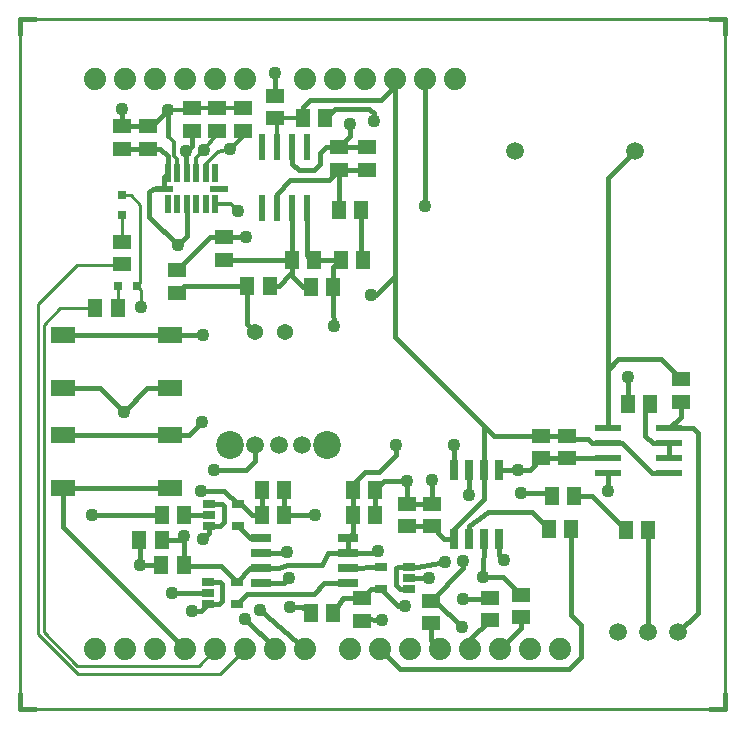
<source format=gtl>
G75*
G70*
%OFA0B0*%
%FSLAX25Y25*%
%IPPOS*%
%LPD*%
%AMOC8*
5,1,8,0,0,1.08239X$1,22.5*
%
%ADD10C,0.01000*%
%ADD11R,0.05118X0.05906*%
%ADD12R,0.05906X0.05118*%
%ADD13R,0.02362X0.08661*%
%ADD14C,0.07400*%
%ADD15R,0.02362X0.05906*%
%ADD16R,0.05906X0.02362*%
%ADD17R,0.03000X0.06500*%
%ADD18R,0.08661X0.02362*%
%ADD19R,0.06693X0.02559*%
%ADD20R,0.03937X0.02756*%
%ADD21C,0.05900*%
%ADD22C,0.05400*%
%ADD23R,0.08268X0.05512*%
%ADD24C,0.09300*%
%ADD25R,0.03150X0.03150*%
%ADD26C,0.01600*%
%ADD27C,0.04362*%
%ADD28C,0.01200*%
D10*
X0021770Y0001814D02*
X0256770Y0001814D01*
X0256770Y0231814D01*
X0021770Y0231814D01*
X0021770Y0001814D01*
X0040970Y0013414D02*
X0027570Y0026814D01*
X0027570Y0137014D01*
X0040570Y0150014D01*
X0055670Y0150014D01*
X0055670Y0150074D01*
X0054322Y0142814D02*
X0054322Y0135526D01*
X0054310Y0135514D01*
X0046830Y0135514D02*
X0035070Y0135514D01*
X0029570Y0130014D01*
X0029570Y0084914D01*
X0029570Y0027414D01*
X0040670Y0016314D01*
X0072370Y0016314D01*
X0081270Y0016314D01*
X0086770Y0021814D01*
X0088370Y0013414D02*
X0096770Y0021814D01*
X0088370Y0013414D02*
X0040970Y0013414D01*
X0061970Y0136014D02*
X0061970Y0141662D01*
X0060818Y0142814D01*
X0061870Y0143866D01*
X0061870Y0170014D01*
X0058822Y0173062D01*
X0055570Y0173062D01*
X0055570Y0166566D02*
X0055570Y0157654D01*
X0055670Y0157554D01*
D11*
X0054310Y0135514D03*
X0046830Y0135514D03*
X0097530Y0143014D03*
X0105010Y0143014D03*
X0112280Y0151614D03*
X0119760Y0151614D03*
X0128630Y0151614D03*
X0136110Y0151614D03*
X0126210Y0142714D03*
X0118730Y0142714D03*
X0127930Y0168314D03*
X0135410Y0168314D03*
X0123510Y0198814D03*
X0116030Y0198814D03*
X0224380Y0103514D03*
X0231860Y0103514D03*
X0206410Y0072814D03*
X0198930Y0072814D03*
X0198030Y0062014D03*
X0205510Y0062014D03*
X0223630Y0061714D03*
X0231110Y0061714D03*
X0140110Y0066414D03*
X0132630Y0066414D03*
X0132630Y0074814D03*
X0140110Y0074814D03*
X0109710Y0074814D03*
X0102230Y0074814D03*
X0102230Y0066614D03*
X0109710Y0066614D03*
X0076410Y0066514D03*
X0068930Y0066514D03*
X0068910Y0058214D03*
X0061430Y0058214D03*
X0068830Y0050014D03*
X0076310Y0050014D03*
X0118630Y0033814D03*
X0126110Y0033814D03*
D12*
X0135570Y0031274D03*
X0135570Y0038754D03*
X0158670Y0037954D03*
X0158670Y0030474D03*
X0178270Y0031574D03*
X0178270Y0039054D03*
X0188870Y0039954D03*
X0188870Y0032474D03*
X0158970Y0062874D03*
X0150570Y0062874D03*
X0150570Y0070354D03*
X0158970Y0070354D03*
X0195520Y0085424D03*
X0203970Y0085474D03*
X0203970Y0092954D03*
X0195520Y0092904D03*
X0241920Y0104374D03*
X0241920Y0111854D03*
X0137470Y0181674D03*
X0137470Y0189154D03*
X0128020Y0189104D03*
X0128020Y0181624D03*
X0106770Y0198874D03*
X0106770Y0206354D03*
X0095970Y0202154D03*
X0095970Y0194674D03*
X0087370Y0194674D03*
X0078970Y0194674D03*
X0078970Y0202154D03*
X0087370Y0202154D03*
X0064370Y0196154D03*
X0055770Y0196154D03*
X0055770Y0188674D03*
X0064370Y0188674D03*
X0089570Y0159104D03*
X0089570Y0151624D03*
X0073920Y0148104D03*
X0073920Y0140624D03*
X0055670Y0150074D03*
X0055670Y0157554D03*
D13*
X0102370Y0168728D03*
X0107370Y0168728D03*
X0112370Y0168728D03*
X0117370Y0168728D03*
X0117370Y0189200D03*
X0112370Y0189200D03*
X0107370Y0189200D03*
X0102370Y0189200D03*
D14*
X0096770Y0211814D03*
X0086770Y0211814D03*
X0076770Y0211814D03*
X0066770Y0211814D03*
X0056770Y0211814D03*
X0046770Y0211814D03*
X0116770Y0211814D03*
X0126770Y0211814D03*
X0136770Y0211814D03*
X0146770Y0211814D03*
X0156770Y0211814D03*
X0166770Y0211814D03*
X0161770Y0021814D03*
X0151770Y0021814D03*
X0141770Y0021814D03*
X0131770Y0021814D03*
X0116770Y0021814D03*
X0106770Y0021814D03*
X0096770Y0021814D03*
X0086770Y0021814D03*
X0076770Y0021814D03*
X0066770Y0021814D03*
X0056770Y0021814D03*
X0046770Y0021814D03*
X0171770Y0021814D03*
X0181770Y0021814D03*
X0191770Y0021814D03*
X0201770Y0021814D03*
D15*
X0086744Y0170196D03*
X0083594Y0170196D03*
X0080445Y0170196D03*
X0077295Y0170196D03*
X0074146Y0170196D03*
X0070996Y0170196D03*
X0070996Y0180432D03*
X0074146Y0180432D03*
X0077295Y0180432D03*
X0080445Y0180432D03*
X0083594Y0180432D03*
X0086744Y0180432D03*
D16*
X0087925Y0175314D03*
X0069815Y0175314D03*
D17*
X0166370Y0081664D03*
X0171370Y0081664D03*
X0176370Y0081664D03*
X0181370Y0081664D03*
X0181370Y0058664D03*
X0176370Y0058664D03*
X0171370Y0058664D03*
X0166370Y0058664D03*
D18*
X0217634Y0080514D03*
X0217634Y0085514D03*
X0217634Y0090514D03*
X0217634Y0095514D03*
X0238106Y0095514D03*
X0238106Y0090514D03*
X0238106Y0085514D03*
X0238106Y0080514D03*
D19*
X0130890Y0058764D03*
X0130890Y0053764D03*
X0130890Y0048764D03*
X0130890Y0043764D03*
X0102150Y0043764D03*
X0102150Y0048764D03*
X0102150Y0053764D03*
X0102150Y0058764D03*
D20*
X0094294Y0062774D03*
X0084846Y0062774D03*
X0084846Y0066514D03*
X0084846Y0070254D03*
X0094294Y0070254D03*
X0093894Y0044354D03*
X0084446Y0044354D03*
X0084446Y0040614D03*
X0084446Y0036874D03*
X0093894Y0036874D03*
X0142046Y0041874D03*
X0151494Y0041874D03*
X0151494Y0045614D03*
X0151494Y0049354D03*
X0142046Y0049354D03*
D21*
X0115870Y0090014D03*
X0107970Y0090014D03*
X0100070Y0090014D03*
X0221170Y0027414D03*
X0231170Y0027414D03*
X0241170Y0027414D03*
X0226670Y0187914D03*
X0186670Y0187914D03*
D22*
X0110070Y0127666D03*
X0100070Y0127666D03*
D23*
X0071783Y0126672D03*
X0071783Y0108956D03*
X0071883Y0093272D03*
X0071883Y0075556D03*
X0036057Y0075556D03*
X0036057Y0093272D03*
X0035957Y0108956D03*
X0035957Y0126672D03*
D24*
X0091770Y0090014D03*
X0124170Y0090014D03*
D25*
X0060818Y0142814D03*
X0054322Y0142814D03*
X0055570Y0166566D03*
X0055570Y0173062D03*
D26*
X0026770Y0001814D02*
X0021770Y0001814D01*
X0021770Y0006814D01*
X0072270Y0040614D02*
X0084446Y0040614D01*
X0084446Y0044354D02*
X0088330Y0044354D01*
X0089170Y0043514D01*
X0089170Y0037914D01*
X0088130Y0036874D01*
X0084446Y0036874D01*
X0082186Y0034614D01*
X0078970Y0034614D01*
X0093894Y0036874D02*
X0097335Y0040314D01*
X0119670Y0040314D01*
X0123120Y0043764D01*
X0130890Y0043764D01*
X0130890Y0048764D02*
X0142036Y0049364D01*
X0142046Y0049354D01*
X0140520Y0053764D02*
X0130890Y0053764D01*
X0124220Y0053764D01*
X0122370Y0049814D01*
X0110970Y0049814D01*
X0107820Y0048764D01*
X0102150Y0048764D01*
X0098304Y0048764D01*
X0093894Y0044354D01*
X0088635Y0049614D01*
X0076710Y0049614D01*
X0076310Y0050014D01*
X0076270Y0050054D01*
X0076270Y0059414D01*
X0075070Y0058214D01*
X0068910Y0058214D01*
X0076270Y0059414D02*
X0076327Y0059357D01*
X0082570Y0058414D02*
X0084846Y0060690D01*
X0084846Y0062774D01*
X0088330Y0062774D01*
X0089770Y0064214D01*
X0089770Y0069414D01*
X0088970Y0070214D01*
X0084886Y0070214D01*
X0084846Y0070254D01*
X0082070Y0074714D02*
X0089835Y0074714D01*
X0094294Y0070254D01*
X0094854Y0070814D01*
X0099054Y0066614D01*
X0102230Y0066614D01*
X0102230Y0074814D01*
X0109710Y0074814D02*
X0109710Y0066614D01*
X0120170Y0066614D01*
X0132356Y0066141D02*
X0132630Y0066414D01*
X0132630Y0060504D01*
X0130890Y0058764D01*
X0130890Y0053764D01*
X0140520Y0053764D02*
X0141170Y0054414D01*
X0147070Y0048814D02*
X0147610Y0049354D01*
X0151494Y0049354D01*
X0153910Y0049354D01*
X0163370Y0050814D01*
X0169470Y0051114D02*
X0169470Y0048754D01*
X0158670Y0037954D01*
X0160130Y0037954D01*
X0168970Y0029114D01*
X0171770Y0025074D02*
X0171770Y0021814D01*
X0171770Y0025074D02*
X0178270Y0031574D01*
X0177930Y0038714D02*
X0169470Y0038714D01*
X0177930Y0038714D02*
X0178270Y0039054D01*
X0176170Y0046014D02*
X0182810Y0046014D01*
X0188870Y0039954D01*
X0188870Y0032474D02*
X0188870Y0028914D01*
X0181770Y0021814D01*
X0161770Y0021814D02*
X0158670Y0024914D01*
X0158670Y0030474D01*
X0149970Y0036314D02*
X0147606Y0036314D01*
X0142046Y0041874D01*
X0138690Y0041874D01*
X0135570Y0038754D01*
X0129250Y0038754D01*
X0126110Y0033814D01*
X0118630Y0033814D02*
X0115630Y0035914D01*
X0111570Y0035914D01*
X0109820Y0043764D02*
X0102150Y0043764D01*
X0109820Y0043764D02*
X0111470Y0045414D01*
X0110220Y0053764D02*
X0102150Y0053764D01*
X0102150Y0058764D02*
X0098304Y0058764D01*
X0094294Y0062774D01*
X0084846Y0066514D02*
X0076410Y0066514D01*
X0068930Y0066514D02*
X0045670Y0066514D01*
X0036057Y0062528D02*
X0036057Y0075556D01*
X0071883Y0075556D01*
X0086470Y0081614D02*
X0097170Y0081614D01*
X0099970Y0084414D01*
X0099970Y0089888D01*
X0100070Y0090014D01*
X0082270Y0097514D02*
X0078028Y0093272D01*
X0071883Y0093272D01*
X0036057Y0093272D01*
X0048328Y0108956D02*
X0056270Y0101014D01*
X0064212Y0108956D01*
X0071783Y0108956D01*
X0071783Y0126672D02*
X0082728Y0126672D01*
X0082770Y0126714D01*
X0071783Y0126672D02*
X0035957Y0126672D01*
X0035957Y0108956D02*
X0048328Y0108956D01*
X0073920Y0140624D02*
X0076310Y0143014D01*
X0097530Y0143014D01*
X0097530Y0130206D01*
X0100070Y0127666D01*
X0105010Y0143014D02*
X0108070Y0143014D01*
X0111870Y0146814D01*
X0115970Y0142714D01*
X0118730Y0142714D01*
X0126210Y0142714D02*
X0126210Y0149194D01*
X0128630Y0151614D01*
X0119760Y0151614D01*
X0119646Y0151617D01*
X0119533Y0151625D01*
X0119420Y0151638D01*
X0119308Y0151657D01*
X0119197Y0151681D01*
X0119087Y0151711D01*
X0118978Y0151745D01*
X0118872Y0151785D01*
X0118767Y0151830D01*
X0118665Y0151880D01*
X0118565Y0151934D01*
X0118468Y0151993D01*
X0118374Y0152057D01*
X0118283Y0152125D01*
X0118195Y0152198D01*
X0118111Y0152274D01*
X0118030Y0152355D01*
X0117954Y0152439D01*
X0117881Y0152527D01*
X0117813Y0152618D01*
X0117749Y0152712D01*
X0117690Y0152809D01*
X0117636Y0152909D01*
X0117586Y0153011D01*
X0117541Y0153116D01*
X0117501Y0153222D01*
X0117467Y0153331D01*
X0117437Y0153441D01*
X0117413Y0153552D01*
X0117394Y0153664D01*
X0117381Y0153777D01*
X0117373Y0153890D01*
X0117370Y0154004D01*
X0117370Y0168728D01*
X0112370Y0168728D02*
X0112280Y0168638D01*
X0112280Y0151614D01*
X0112270Y0151604D01*
X0112270Y0147214D01*
X0111870Y0146814D01*
X0112280Y0151614D02*
X0112270Y0151624D01*
X0089570Y0151624D01*
X0089570Y0159104D02*
X0084920Y0159104D01*
X0073920Y0148104D01*
X0074270Y0156414D02*
X0064770Y0165914D01*
X0064770Y0168414D01*
X0064770Y0174114D01*
X0065970Y0175314D01*
X0069815Y0175314D01*
X0069815Y0179251D01*
X0070996Y0180432D01*
X0070970Y0181458D01*
X0070970Y0186214D01*
X0068510Y0188674D01*
X0064370Y0188674D01*
X0055770Y0188674D01*
X0055770Y0196154D02*
X0055770Y0201914D01*
X0055770Y0196154D02*
X0064370Y0196154D01*
X0065810Y0196154D02*
X0071170Y0201514D01*
X0071170Y0192814D01*
X0077170Y0187814D02*
X0078970Y0189614D01*
X0078970Y0194674D01*
X0077170Y0187814D02*
X0077170Y0181557D01*
X0077295Y0180432D01*
X0077295Y0170196D02*
X0077295Y0159439D01*
X0074270Y0156414D01*
X0089570Y0159104D02*
X0096960Y0159104D01*
X0096970Y0159114D01*
X0107370Y0168728D02*
X0107370Y0173714D01*
X0111870Y0178214D01*
X0124610Y0178214D01*
X0128020Y0181624D01*
X0128020Y0181674D01*
X0137470Y0181674D01*
X0137470Y0189154D02*
X0128020Y0189154D01*
X0128020Y0189104D01*
X0131870Y0192954D01*
X0131870Y0196814D01*
X0126710Y0202014D02*
X0137970Y0202014D01*
X0139570Y0200414D01*
X0139570Y0198014D01*
X0142170Y0204814D02*
X0146770Y0209414D01*
X0146770Y0211814D01*
X0146770Y0146314D01*
X0140470Y0140014D01*
X0138770Y0140014D01*
X0146770Y0146314D02*
X0146770Y0125814D01*
X0176370Y0096214D01*
X0179680Y0092904D01*
X0195520Y0092904D01*
X0195570Y0092954D01*
X0203970Y0092954D01*
X0205110Y0091814D01*
X0210970Y0091814D01*
X0212270Y0090514D01*
X0217634Y0090514D01*
X0222470Y0090514D01*
X0232370Y0080614D01*
X0238006Y0080614D01*
X0238106Y0080514D01*
X0238106Y0085514D02*
X0238106Y0090514D01*
X0232670Y0090514D01*
X0230170Y0093014D01*
X0230170Y0101824D01*
X0231860Y0103514D01*
X0224380Y0103514D02*
X0224370Y0103524D01*
X0224370Y0112414D01*
X0222570Y0118414D02*
X0221034Y0118414D01*
X0217634Y0115014D01*
X0217634Y0178878D01*
X0226670Y0187914D01*
X0256770Y0226814D02*
X0256770Y0231814D01*
X0251770Y0231814D01*
X0156770Y0211814D02*
X0156770Y0169714D01*
X0135410Y0168314D02*
X0135410Y0152314D01*
X0136110Y0151614D01*
X0126210Y0142714D02*
X0126210Y0135674D01*
X0126270Y0129414D01*
X0176370Y0096214D02*
X0176370Y0081664D01*
X0176370Y0072014D01*
X0172070Y0067714D01*
X0166370Y0062014D01*
X0166370Y0058664D01*
X0163180Y0058664D01*
X0158970Y0062874D01*
X0150570Y0062874D01*
X0140110Y0066414D02*
X0140110Y0074814D01*
X0143110Y0077814D01*
X0150570Y0077814D01*
X0150570Y0070354D01*
X0158970Y0070354D01*
X0158970Y0078214D01*
X0166370Y0081664D02*
X0166370Y0090014D01*
X0171370Y0081664D02*
X0171370Y0073114D01*
X0177870Y0067614D02*
X0171370Y0063014D01*
X0171370Y0058664D01*
X0166370Y0058664D02*
X0166220Y0058514D01*
X0176370Y0058664D02*
X0176170Y0046014D01*
X0182970Y0051614D02*
X0181370Y0053214D01*
X0181370Y0058664D01*
X0177870Y0067614D02*
X0192430Y0067614D01*
X0198030Y0062014D01*
X0205510Y0062014D02*
X0205510Y0033074D01*
X0208770Y0029814D01*
X0208770Y0019214D01*
X0204770Y0015214D01*
X0157570Y0015214D01*
X0148370Y0015214D01*
X0141770Y0021814D01*
X0142370Y0031614D02*
X0136110Y0031814D01*
X0135570Y0031274D01*
X0147170Y0043114D02*
X0148410Y0041874D01*
X0151494Y0041874D01*
X0147170Y0043114D02*
X0147170Y0048714D01*
X0147070Y0048814D01*
X0151494Y0045614D02*
X0157970Y0045614D01*
X0149970Y0036314D02*
X0149881Y0036225D01*
X0116770Y0021814D02*
X0101670Y0034814D01*
X0096670Y0031914D02*
X0106770Y0022114D01*
X0106770Y0021814D01*
X0076770Y0021814D02*
X0036057Y0062528D01*
X0061430Y0058214D02*
X0061570Y0058214D01*
X0061570Y0050014D01*
X0068830Y0050014D01*
X0110220Y0053764D02*
X0110570Y0054114D01*
X0132630Y0066414D02*
X0132630Y0074814D01*
X0132630Y0076874D01*
X0136570Y0080814D01*
X0141270Y0080814D01*
X0146970Y0086514D01*
X0146970Y0090014D01*
X0181370Y0081664D02*
X0187770Y0081664D01*
X0187770Y0081714D01*
X0191810Y0081714D01*
X0195520Y0085424D01*
X0203920Y0085424D01*
X0203970Y0085474D01*
X0204010Y0085514D01*
X0217634Y0085514D01*
X0217634Y0080514D02*
X0217734Y0080414D01*
X0217570Y0074414D01*
X0212530Y0072814D02*
X0206410Y0072814D01*
X0212530Y0072814D02*
X0223630Y0061714D01*
X0231110Y0061714D02*
X0231110Y0027474D01*
X0231170Y0027414D01*
X0241170Y0027414D02*
X0247570Y0033814D01*
X0247570Y0094014D01*
X0246070Y0095514D01*
X0238106Y0095514D01*
X0241920Y0099328D01*
X0241920Y0104374D01*
X0241920Y0111854D02*
X0235360Y0118414D01*
X0222570Y0118414D01*
X0217634Y0115014D02*
X0217634Y0095514D01*
X0197730Y0074014D02*
X0188770Y0074014D01*
X0197730Y0074014D02*
X0198930Y0072814D01*
X0256770Y0006814D02*
X0256770Y0001814D01*
X0251770Y0001814D01*
X0127930Y0168314D02*
X0128020Y0168404D01*
X0128020Y0181624D01*
X0121870Y0183614D02*
X0121870Y0187214D01*
X0123770Y0189114D01*
X0128010Y0189114D01*
X0128020Y0189104D01*
X0121870Y0183614D02*
X0119770Y0181514D01*
X0114570Y0181514D01*
X0112370Y0183714D01*
X0112370Y0189200D01*
X0116030Y0198814D02*
X0116030Y0202474D01*
X0118370Y0204814D01*
X0142170Y0204814D01*
X0146870Y0211714D02*
X0146770Y0211814D01*
X0126710Y0202014D02*
X0123510Y0198814D01*
X0106770Y0206354D02*
X0106770Y0214014D01*
X0071170Y0201514D02*
X0071170Y0200557D01*
X0026770Y0231814D02*
X0021770Y0231814D01*
X0021770Y0226814D01*
D27*
X0055770Y0201914D03*
X0071170Y0201514D03*
X0077170Y0187814D03*
X0082970Y0188214D03*
X0091770Y0188414D03*
X0094370Y0168014D03*
X0096970Y0159114D03*
X0074270Y0156414D03*
X0061970Y0136014D03*
X0082770Y0126714D03*
X0056270Y0101014D03*
X0082270Y0097514D03*
X0086470Y0081614D03*
X0082070Y0074714D03*
X0082570Y0058414D03*
X0076270Y0059414D03*
X0061570Y0050014D03*
X0072270Y0040614D03*
X0078970Y0034614D03*
X0096670Y0031914D03*
X0101670Y0034814D03*
X0111570Y0035914D03*
X0111470Y0045414D03*
X0110570Y0054114D03*
X0120170Y0066614D03*
X0141170Y0054414D03*
X0157970Y0045614D03*
X0163370Y0050814D03*
X0169470Y0051114D03*
X0176170Y0046014D03*
X0182970Y0051614D03*
X0169470Y0038714D03*
X0168970Y0029114D03*
X0149970Y0036314D03*
X0142370Y0031614D03*
X0171370Y0073114D03*
X0158970Y0078214D03*
X0150570Y0077814D03*
X0146970Y0090014D03*
X0166370Y0090014D03*
X0187770Y0081714D03*
X0188770Y0074014D03*
X0217570Y0074414D03*
X0224370Y0112414D03*
X0156770Y0169714D03*
X0139570Y0198014D03*
X0131870Y0196814D03*
X0106770Y0214014D03*
X0138770Y0140014D03*
X0126270Y0129414D03*
X0045670Y0066514D03*
D28*
X0094370Y0168014D02*
X0092188Y0170196D01*
X0086744Y0170196D01*
X0083594Y0180432D02*
X0083594Y0183439D01*
X0087770Y0187614D01*
X0091770Y0188414D01*
X0095970Y0192614D01*
X0095970Y0194674D01*
X0095970Y0202154D02*
X0087370Y0202154D01*
X0078970Y0202154D01*
X0078330Y0201514D01*
X0071170Y0201514D01*
X0071170Y0192814D02*
X0073170Y0190814D01*
X0073170Y0186214D01*
X0074146Y0185239D01*
X0074146Y0180432D01*
X0080445Y0180432D02*
X0080445Y0185489D01*
X0082970Y0188214D01*
X0087370Y0193414D01*
X0087370Y0194674D01*
X0106770Y0198874D02*
X0106830Y0198814D01*
X0116030Y0198814D01*
X0107370Y0198274D02*
X0107370Y0189200D01*
X0107370Y0198274D02*
X0106770Y0198874D01*
M02*

</source>
